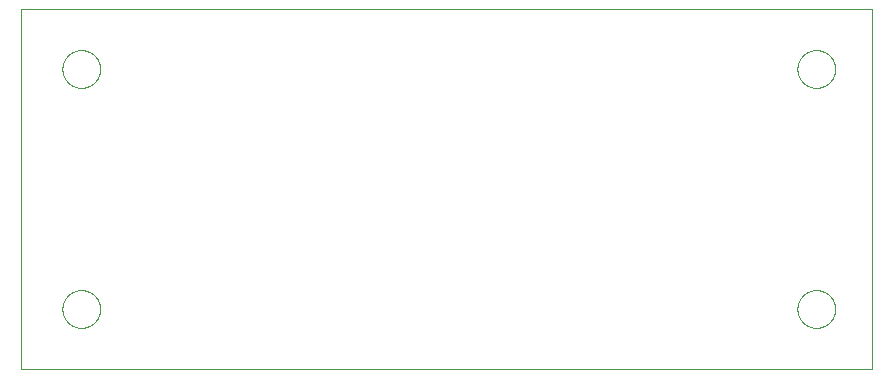
<source format=gbp>
G75*
%MOIN*%
%OFA0B0*%
%FSLAX25Y25*%
%IPPOS*%
%LPD*%
%AMOC8*
5,1,8,0,0,1.08239X$1,22.5*
%
%ADD10C,0.00000*%
D10*
X0006800Y0001800D02*
X0006800Y0121761D01*
X0290501Y0121761D01*
X0290501Y0001800D01*
X0006800Y0001800D01*
X0020501Y0021800D02*
X0020503Y0021958D01*
X0020509Y0022116D01*
X0020519Y0022274D01*
X0020533Y0022432D01*
X0020551Y0022589D01*
X0020572Y0022746D01*
X0020598Y0022902D01*
X0020628Y0023058D01*
X0020661Y0023213D01*
X0020699Y0023366D01*
X0020740Y0023519D01*
X0020785Y0023671D01*
X0020834Y0023822D01*
X0020887Y0023971D01*
X0020943Y0024119D01*
X0021003Y0024265D01*
X0021067Y0024410D01*
X0021135Y0024553D01*
X0021206Y0024695D01*
X0021280Y0024835D01*
X0021358Y0024972D01*
X0021440Y0025108D01*
X0021524Y0025242D01*
X0021613Y0025373D01*
X0021704Y0025502D01*
X0021799Y0025629D01*
X0021896Y0025754D01*
X0021997Y0025876D01*
X0022101Y0025995D01*
X0022208Y0026112D01*
X0022318Y0026226D01*
X0022431Y0026337D01*
X0022546Y0026446D01*
X0022664Y0026551D01*
X0022785Y0026653D01*
X0022908Y0026753D01*
X0023034Y0026849D01*
X0023162Y0026942D01*
X0023292Y0027032D01*
X0023425Y0027118D01*
X0023560Y0027202D01*
X0023696Y0027281D01*
X0023835Y0027358D01*
X0023976Y0027430D01*
X0024118Y0027500D01*
X0024262Y0027565D01*
X0024408Y0027627D01*
X0024555Y0027685D01*
X0024704Y0027740D01*
X0024854Y0027791D01*
X0025005Y0027838D01*
X0025157Y0027881D01*
X0025310Y0027920D01*
X0025465Y0027956D01*
X0025620Y0027987D01*
X0025776Y0028015D01*
X0025932Y0028039D01*
X0026089Y0028059D01*
X0026247Y0028075D01*
X0026404Y0028087D01*
X0026563Y0028095D01*
X0026721Y0028099D01*
X0026879Y0028099D01*
X0027037Y0028095D01*
X0027196Y0028087D01*
X0027353Y0028075D01*
X0027511Y0028059D01*
X0027668Y0028039D01*
X0027824Y0028015D01*
X0027980Y0027987D01*
X0028135Y0027956D01*
X0028290Y0027920D01*
X0028443Y0027881D01*
X0028595Y0027838D01*
X0028746Y0027791D01*
X0028896Y0027740D01*
X0029045Y0027685D01*
X0029192Y0027627D01*
X0029338Y0027565D01*
X0029482Y0027500D01*
X0029624Y0027430D01*
X0029765Y0027358D01*
X0029904Y0027281D01*
X0030040Y0027202D01*
X0030175Y0027118D01*
X0030308Y0027032D01*
X0030438Y0026942D01*
X0030566Y0026849D01*
X0030692Y0026753D01*
X0030815Y0026653D01*
X0030936Y0026551D01*
X0031054Y0026446D01*
X0031169Y0026337D01*
X0031282Y0026226D01*
X0031392Y0026112D01*
X0031499Y0025995D01*
X0031603Y0025876D01*
X0031704Y0025754D01*
X0031801Y0025629D01*
X0031896Y0025502D01*
X0031987Y0025373D01*
X0032076Y0025242D01*
X0032160Y0025108D01*
X0032242Y0024972D01*
X0032320Y0024835D01*
X0032394Y0024695D01*
X0032465Y0024553D01*
X0032533Y0024410D01*
X0032597Y0024265D01*
X0032657Y0024119D01*
X0032713Y0023971D01*
X0032766Y0023822D01*
X0032815Y0023671D01*
X0032860Y0023519D01*
X0032901Y0023366D01*
X0032939Y0023213D01*
X0032972Y0023058D01*
X0033002Y0022902D01*
X0033028Y0022746D01*
X0033049Y0022589D01*
X0033067Y0022432D01*
X0033081Y0022274D01*
X0033091Y0022116D01*
X0033097Y0021958D01*
X0033099Y0021800D01*
X0033097Y0021642D01*
X0033091Y0021484D01*
X0033081Y0021326D01*
X0033067Y0021168D01*
X0033049Y0021011D01*
X0033028Y0020854D01*
X0033002Y0020698D01*
X0032972Y0020542D01*
X0032939Y0020387D01*
X0032901Y0020234D01*
X0032860Y0020081D01*
X0032815Y0019929D01*
X0032766Y0019778D01*
X0032713Y0019629D01*
X0032657Y0019481D01*
X0032597Y0019335D01*
X0032533Y0019190D01*
X0032465Y0019047D01*
X0032394Y0018905D01*
X0032320Y0018765D01*
X0032242Y0018628D01*
X0032160Y0018492D01*
X0032076Y0018358D01*
X0031987Y0018227D01*
X0031896Y0018098D01*
X0031801Y0017971D01*
X0031704Y0017846D01*
X0031603Y0017724D01*
X0031499Y0017605D01*
X0031392Y0017488D01*
X0031282Y0017374D01*
X0031169Y0017263D01*
X0031054Y0017154D01*
X0030936Y0017049D01*
X0030815Y0016947D01*
X0030692Y0016847D01*
X0030566Y0016751D01*
X0030438Y0016658D01*
X0030308Y0016568D01*
X0030175Y0016482D01*
X0030040Y0016398D01*
X0029904Y0016319D01*
X0029765Y0016242D01*
X0029624Y0016170D01*
X0029482Y0016100D01*
X0029338Y0016035D01*
X0029192Y0015973D01*
X0029045Y0015915D01*
X0028896Y0015860D01*
X0028746Y0015809D01*
X0028595Y0015762D01*
X0028443Y0015719D01*
X0028290Y0015680D01*
X0028135Y0015644D01*
X0027980Y0015613D01*
X0027824Y0015585D01*
X0027668Y0015561D01*
X0027511Y0015541D01*
X0027353Y0015525D01*
X0027196Y0015513D01*
X0027037Y0015505D01*
X0026879Y0015501D01*
X0026721Y0015501D01*
X0026563Y0015505D01*
X0026404Y0015513D01*
X0026247Y0015525D01*
X0026089Y0015541D01*
X0025932Y0015561D01*
X0025776Y0015585D01*
X0025620Y0015613D01*
X0025465Y0015644D01*
X0025310Y0015680D01*
X0025157Y0015719D01*
X0025005Y0015762D01*
X0024854Y0015809D01*
X0024704Y0015860D01*
X0024555Y0015915D01*
X0024408Y0015973D01*
X0024262Y0016035D01*
X0024118Y0016100D01*
X0023976Y0016170D01*
X0023835Y0016242D01*
X0023696Y0016319D01*
X0023560Y0016398D01*
X0023425Y0016482D01*
X0023292Y0016568D01*
X0023162Y0016658D01*
X0023034Y0016751D01*
X0022908Y0016847D01*
X0022785Y0016947D01*
X0022664Y0017049D01*
X0022546Y0017154D01*
X0022431Y0017263D01*
X0022318Y0017374D01*
X0022208Y0017488D01*
X0022101Y0017605D01*
X0021997Y0017724D01*
X0021896Y0017846D01*
X0021799Y0017971D01*
X0021704Y0018098D01*
X0021613Y0018227D01*
X0021524Y0018358D01*
X0021440Y0018492D01*
X0021358Y0018628D01*
X0021280Y0018765D01*
X0021206Y0018905D01*
X0021135Y0019047D01*
X0021067Y0019190D01*
X0021003Y0019335D01*
X0020943Y0019481D01*
X0020887Y0019629D01*
X0020834Y0019778D01*
X0020785Y0019929D01*
X0020740Y0020081D01*
X0020699Y0020234D01*
X0020661Y0020387D01*
X0020628Y0020542D01*
X0020598Y0020698D01*
X0020572Y0020854D01*
X0020551Y0021011D01*
X0020533Y0021168D01*
X0020519Y0021326D01*
X0020509Y0021484D01*
X0020503Y0021642D01*
X0020501Y0021800D01*
X0020501Y0101800D02*
X0020503Y0101958D01*
X0020509Y0102116D01*
X0020519Y0102274D01*
X0020533Y0102432D01*
X0020551Y0102589D01*
X0020572Y0102746D01*
X0020598Y0102902D01*
X0020628Y0103058D01*
X0020661Y0103213D01*
X0020699Y0103366D01*
X0020740Y0103519D01*
X0020785Y0103671D01*
X0020834Y0103822D01*
X0020887Y0103971D01*
X0020943Y0104119D01*
X0021003Y0104265D01*
X0021067Y0104410D01*
X0021135Y0104553D01*
X0021206Y0104695D01*
X0021280Y0104835D01*
X0021358Y0104972D01*
X0021440Y0105108D01*
X0021524Y0105242D01*
X0021613Y0105373D01*
X0021704Y0105502D01*
X0021799Y0105629D01*
X0021896Y0105754D01*
X0021997Y0105876D01*
X0022101Y0105995D01*
X0022208Y0106112D01*
X0022318Y0106226D01*
X0022431Y0106337D01*
X0022546Y0106446D01*
X0022664Y0106551D01*
X0022785Y0106653D01*
X0022908Y0106753D01*
X0023034Y0106849D01*
X0023162Y0106942D01*
X0023292Y0107032D01*
X0023425Y0107118D01*
X0023560Y0107202D01*
X0023696Y0107281D01*
X0023835Y0107358D01*
X0023976Y0107430D01*
X0024118Y0107500D01*
X0024262Y0107565D01*
X0024408Y0107627D01*
X0024555Y0107685D01*
X0024704Y0107740D01*
X0024854Y0107791D01*
X0025005Y0107838D01*
X0025157Y0107881D01*
X0025310Y0107920D01*
X0025465Y0107956D01*
X0025620Y0107987D01*
X0025776Y0108015D01*
X0025932Y0108039D01*
X0026089Y0108059D01*
X0026247Y0108075D01*
X0026404Y0108087D01*
X0026563Y0108095D01*
X0026721Y0108099D01*
X0026879Y0108099D01*
X0027037Y0108095D01*
X0027196Y0108087D01*
X0027353Y0108075D01*
X0027511Y0108059D01*
X0027668Y0108039D01*
X0027824Y0108015D01*
X0027980Y0107987D01*
X0028135Y0107956D01*
X0028290Y0107920D01*
X0028443Y0107881D01*
X0028595Y0107838D01*
X0028746Y0107791D01*
X0028896Y0107740D01*
X0029045Y0107685D01*
X0029192Y0107627D01*
X0029338Y0107565D01*
X0029482Y0107500D01*
X0029624Y0107430D01*
X0029765Y0107358D01*
X0029904Y0107281D01*
X0030040Y0107202D01*
X0030175Y0107118D01*
X0030308Y0107032D01*
X0030438Y0106942D01*
X0030566Y0106849D01*
X0030692Y0106753D01*
X0030815Y0106653D01*
X0030936Y0106551D01*
X0031054Y0106446D01*
X0031169Y0106337D01*
X0031282Y0106226D01*
X0031392Y0106112D01*
X0031499Y0105995D01*
X0031603Y0105876D01*
X0031704Y0105754D01*
X0031801Y0105629D01*
X0031896Y0105502D01*
X0031987Y0105373D01*
X0032076Y0105242D01*
X0032160Y0105108D01*
X0032242Y0104972D01*
X0032320Y0104835D01*
X0032394Y0104695D01*
X0032465Y0104553D01*
X0032533Y0104410D01*
X0032597Y0104265D01*
X0032657Y0104119D01*
X0032713Y0103971D01*
X0032766Y0103822D01*
X0032815Y0103671D01*
X0032860Y0103519D01*
X0032901Y0103366D01*
X0032939Y0103213D01*
X0032972Y0103058D01*
X0033002Y0102902D01*
X0033028Y0102746D01*
X0033049Y0102589D01*
X0033067Y0102432D01*
X0033081Y0102274D01*
X0033091Y0102116D01*
X0033097Y0101958D01*
X0033099Y0101800D01*
X0033097Y0101642D01*
X0033091Y0101484D01*
X0033081Y0101326D01*
X0033067Y0101168D01*
X0033049Y0101011D01*
X0033028Y0100854D01*
X0033002Y0100698D01*
X0032972Y0100542D01*
X0032939Y0100387D01*
X0032901Y0100234D01*
X0032860Y0100081D01*
X0032815Y0099929D01*
X0032766Y0099778D01*
X0032713Y0099629D01*
X0032657Y0099481D01*
X0032597Y0099335D01*
X0032533Y0099190D01*
X0032465Y0099047D01*
X0032394Y0098905D01*
X0032320Y0098765D01*
X0032242Y0098628D01*
X0032160Y0098492D01*
X0032076Y0098358D01*
X0031987Y0098227D01*
X0031896Y0098098D01*
X0031801Y0097971D01*
X0031704Y0097846D01*
X0031603Y0097724D01*
X0031499Y0097605D01*
X0031392Y0097488D01*
X0031282Y0097374D01*
X0031169Y0097263D01*
X0031054Y0097154D01*
X0030936Y0097049D01*
X0030815Y0096947D01*
X0030692Y0096847D01*
X0030566Y0096751D01*
X0030438Y0096658D01*
X0030308Y0096568D01*
X0030175Y0096482D01*
X0030040Y0096398D01*
X0029904Y0096319D01*
X0029765Y0096242D01*
X0029624Y0096170D01*
X0029482Y0096100D01*
X0029338Y0096035D01*
X0029192Y0095973D01*
X0029045Y0095915D01*
X0028896Y0095860D01*
X0028746Y0095809D01*
X0028595Y0095762D01*
X0028443Y0095719D01*
X0028290Y0095680D01*
X0028135Y0095644D01*
X0027980Y0095613D01*
X0027824Y0095585D01*
X0027668Y0095561D01*
X0027511Y0095541D01*
X0027353Y0095525D01*
X0027196Y0095513D01*
X0027037Y0095505D01*
X0026879Y0095501D01*
X0026721Y0095501D01*
X0026563Y0095505D01*
X0026404Y0095513D01*
X0026247Y0095525D01*
X0026089Y0095541D01*
X0025932Y0095561D01*
X0025776Y0095585D01*
X0025620Y0095613D01*
X0025465Y0095644D01*
X0025310Y0095680D01*
X0025157Y0095719D01*
X0025005Y0095762D01*
X0024854Y0095809D01*
X0024704Y0095860D01*
X0024555Y0095915D01*
X0024408Y0095973D01*
X0024262Y0096035D01*
X0024118Y0096100D01*
X0023976Y0096170D01*
X0023835Y0096242D01*
X0023696Y0096319D01*
X0023560Y0096398D01*
X0023425Y0096482D01*
X0023292Y0096568D01*
X0023162Y0096658D01*
X0023034Y0096751D01*
X0022908Y0096847D01*
X0022785Y0096947D01*
X0022664Y0097049D01*
X0022546Y0097154D01*
X0022431Y0097263D01*
X0022318Y0097374D01*
X0022208Y0097488D01*
X0022101Y0097605D01*
X0021997Y0097724D01*
X0021896Y0097846D01*
X0021799Y0097971D01*
X0021704Y0098098D01*
X0021613Y0098227D01*
X0021524Y0098358D01*
X0021440Y0098492D01*
X0021358Y0098628D01*
X0021280Y0098765D01*
X0021206Y0098905D01*
X0021135Y0099047D01*
X0021067Y0099190D01*
X0021003Y0099335D01*
X0020943Y0099481D01*
X0020887Y0099629D01*
X0020834Y0099778D01*
X0020785Y0099929D01*
X0020740Y0100081D01*
X0020699Y0100234D01*
X0020661Y0100387D01*
X0020628Y0100542D01*
X0020598Y0100698D01*
X0020572Y0100854D01*
X0020551Y0101011D01*
X0020533Y0101168D01*
X0020519Y0101326D01*
X0020509Y0101484D01*
X0020503Y0101642D01*
X0020501Y0101800D01*
X0265501Y0101800D02*
X0265503Y0101958D01*
X0265509Y0102116D01*
X0265519Y0102274D01*
X0265533Y0102432D01*
X0265551Y0102589D01*
X0265572Y0102746D01*
X0265598Y0102902D01*
X0265628Y0103058D01*
X0265661Y0103213D01*
X0265699Y0103366D01*
X0265740Y0103519D01*
X0265785Y0103671D01*
X0265834Y0103822D01*
X0265887Y0103971D01*
X0265943Y0104119D01*
X0266003Y0104265D01*
X0266067Y0104410D01*
X0266135Y0104553D01*
X0266206Y0104695D01*
X0266280Y0104835D01*
X0266358Y0104972D01*
X0266440Y0105108D01*
X0266524Y0105242D01*
X0266613Y0105373D01*
X0266704Y0105502D01*
X0266799Y0105629D01*
X0266896Y0105754D01*
X0266997Y0105876D01*
X0267101Y0105995D01*
X0267208Y0106112D01*
X0267318Y0106226D01*
X0267431Y0106337D01*
X0267546Y0106446D01*
X0267664Y0106551D01*
X0267785Y0106653D01*
X0267908Y0106753D01*
X0268034Y0106849D01*
X0268162Y0106942D01*
X0268292Y0107032D01*
X0268425Y0107118D01*
X0268560Y0107202D01*
X0268696Y0107281D01*
X0268835Y0107358D01*
X0268976Y0107430D01*
X0269118Y0107500D01*
X0269262Y0107565D01*
X0269408Y0107627D01*
X0269555Y0107685D01*
X0269704Y0107740D01*
X0269854Y0107791D01*
X0270005Y0107838D01*
X0270157Y0107881D01*
X0270310Y0107920D01*
X0270465Y0107956D01*
X0270620Y0107987D01*
X0270776Y0108015D01*
X0270932Y0108039D01*
X0271089Y0108059D01*
X0271247Y0108075D01*
X0271404Y0108087D01*
X0271563Y0108095D01*
X0271721Y0108099D01*
X0271879Y0108099D01*
X0272037Y0108095D01*
X0272196Y0108087D01*
X0272353Y0108075D01*
X0272511Y0108059D01*
X0272668Y0108039D01*
X0272824Y0108015D01*
X0272980Y0107987D01*
X0273135Y0107956D01*
X0273290Y0107920D01*
X0273443Y0107881D01*
X0273595Y0107838D01*
X0273746Y0107791D01*
X0273896Y0107740D01*
X0274045Y0107685D01*
X0274192Y0107627D01*
X0274338Y0107565D01*
X0274482Y0107500D01*
X0274624Y0107430D01*
X0274765Y0107358D01*
X0274904Y0107281D01*
X0275040Y0107202D01*
X0275175Y0107118D01*
X0275308Y0107032D01*
X0275438Y0106942D01*
X0275566Y0106849D01*
X0275692Y0106753D01*
X0275815Y0106653D01*
X0275936Y0106551D01*
X0276054Y0106446D01*
X0276169Y0106337D01*
X0276282Y0106226D01*
X0276392Y0106112D01*
X0276499Y0105995D01*
X0276603Y0105876D01*
X0276704Y0105754D01*
X0276801Y0105629D01*
X0276896Y0105502D01*
X0276987Y0105373D01*
X0277076Y0105242D01*
X0277160Y0105108D01*
X0277242Y0104972D01*
X0277320Y0104835D01*
X0277394Y0104695D01*
X0277465Y0104553D01*
X0277533Y0104410D01*
X0277597Y0104265D01*
X0277657Y0104119D01*
X0277713Y0103971D01*
X0277766Y0103822D01*
X0277815Y0103671D01*
X0277860Y0103519D01*
X0277901Y0103366D01*
X0277939Y0103213D01*
X0277972Y0103058D01*
X0278002Y0102902D01*
X0278028Y0102746D01*
X0278049Y0102589D01*
X0278067Y0102432D01*
X0278081Y0102274D01*
X0278091Y0102116D01*
X0278097Y0101958D01*
X0278099Y0101800D01*
X0278097Y0101642D01*
X0278091Y0101484D01*
X0278081Y0101326D01*
X0278067Y0101168D01*
X0278049Y0101011D01*
X0278028Y0100854D01*
X0278002Y0100698D01*
X0277972Y0100542D01*
X0277939Y0100387D01*
X0277901Y0100234D01*
X0277860Y0100081D01*
X0277815Y0099929D01*
X0277766Y0099778D01*
X0277713Y0099629D01*
X0277657Y0099481D01*
X0277597Y0099335D01*
X0277533Y0099190D01*
X0277465Y0099047D01*
X0277394Y0098905D01*
X0277320Y0098765D01*
X0277242Y0098628D01*
X0277160Y0098492D01*
X0277076Y0098358D01*
X0276987Y0098227D01*
X0276896Y0098098D01*
X0276801Y0097971D01*
X0276704Y0097846D01*
X0276603Y0097724D01*
X0276499Y0097605D01*
X0276392Y0097488D01*
X0276282Y0097374D01*
X0276169Y0097263D01*
X0276054Y0097154D01*
X0275936Y0097049D01*
X0275815Y0096947D01*
X0275692Y0096847D01*
X0275566Y0096751D01*
X0275438Y0096658D01*
X0275308Y0096568D01*
X0275175Y0096482D01*
X0275040Y0096398D01*
X0274904Y0096319D01*
X0274765Y0096242D01*
X0274624Y0096170D01*
X0274482Y0096100D01*
X0274338Y0096035D01*
X0274192Y0095973D01*
X0274045Y0095915D01*
X0273896Y0095860D01*
X0273746Y0095809D01*
X0273595Y0095762D01*
X0273443Y0095719D01*
X0273290Y0095680D01*
X0273135Y0095644D01*
X0272980Y0095613D01*
X0272824Y0095585D01*
X0272668Y0095561D01*
X0272511Y0095541D01*
X0272353Y0095525D01*
X0272196Y0095513D01*
X0272037Y0095505D01*
X0271879Y0095501D01*
X0271721Y0095501D01*
X0271563Y0095505D01*
X0271404Y0095513D01*
X0271247Y0095525D01*
X0271089Y0095541D01*
X0270932Y0095561D01*
X0270776Y0095585D01*
X0270620Y0095613D01*
X0270465Y0095644D01*
X0270310Y0095680D01*
X0270157Y0095719D01*
X0270005Y0095762D01*
X0269854Y0095809D01*
X0269704Y0095860D01*
X0269555Y0095915D01*
X0269408Y0095973D01*
X0269262Y0096035D01*
X0269118Y0096100D01*
X0268976Y0096170D01*
X0268835Y0096242D01*
X0268696Y0096319D01*
X0268560Y0096398D01*
X0268425Y0096482D01*
X0268292Y0096568D01*
X0268162Y0096658D01*
X0268034Y0096751D01*
X0267908Y0096847D01*
X0267785Y0096947D01*
X0267664Y0097049D01*
X0267546Y0097154D01*
X0267431Y0097263D01*
X0267318Y0097374D01*
X0267208Y0097488D01*
X0267101Y0097605D01*
X0266997Y0097724D01*
X0266896Y0097846D01*
X0266799Y0097971D01*
X0266704Y0098098D01*
X0266613Y0098227D01*
X0266524Y0098358D01*
X0266440Y0098492D01*
X0266358Y0098628D01*
X0266280Y0098765D01*
X0266206Y0098905D01*
X0266135Y0099047D01*
X0266067Y0099190D01*
X0266003Y0099335D01*
X0265943Y0099481D01*
X0265887Y0099629D01*
X0265834Y0099778D01*
X0265785Y0099929D01*
X0265740Y0100081D01*
X0265699Y0100234D01*
X0265661Y0100387D01*
X0265628Y0100542D01*
X0265598Y0100698D01*
X0265572Y0100854D01*
X0265551Y0101011D01*
X0265533Y0101168D01*
X0265519Y0101326D01*
X0265509Y0101484D01*
X0265503Y0101642D01*
X0265501Y0101800D01*
X0265501Y0021800D02*
X0265503Y0021958D01*
X0265509Y0022116D01*
X0265519Y0022274D01*
X0265533Y0022432D01*
X0265551Y0022589D01*
X0265572Y0022746D01*
X0265598Y0022902D01*
X0265628Y0023058D01*
X0265661Y0023213D01*
X0265699Y0023366D01*
X0265740Y0023519D01*
X0265785Y0023671D01*
X0265834Y0023822D01*
X0265887Y0023971D01*
X0265943Y0024119D01*
X0266003Y0024265D01*
X0266067Y0024410D01*
X0266135Y0024553D01*
X0266206Y0024695D01*
X0266280Y0024835D01*
X0266358Y0024972D01*
X0266440Y0025108D01*
X0266524Y0025242D01*
X0266613Y0025373D01*
X0266704Y0025502D01*
X0266799Y0025629D01*
X0266896Y0025754D01*
X0266997Y0025876D01*
X0267101Y0025995D01*
X0267208Y0026112D01*
X0267318Y0026226D01*
X0267431Y0026337D01*
X0267546Y0026446D01*
X0267664Y0026551D01*
X0267785Y0026653D01*
X0267908Y0026753D01*
X0268034Y0026849D01*
X0268162Y0026942D01*
X0268292Y0027032D01*
X0268425Y0027118D01*
X0268560Y0027202D01*
X0268696Y0027281D01*
X0268835Y0027358D01*
X0268976Y0027430D01*
X0269118Y0027500D01*
X0269262Y0027565D01*
X0269408Y0027627D01*
X0269555Y0027685D01*
X0269704Y0027740D01*
X0269854Y0027791D01*
X0270005Y0027838D01*
X0270157Y0027881D01*
X0270310Y0027920D01*
X0270465Y0027956D01*
X0270620Y0027987D01*
X0270776Y0028015D01*
X0270932Y0028039D01*
X0271089Y0028059D01*
X0271247Y0028075D01*
X0271404Y0028087D01*
X0271563Y0028095D01*
X0271721Y0028099D01*
X0271879Y0028099D01*
X0272037Y0028095D01*
X0272196Y0028087D01*
X0272353Y0028075D01*
X0272511Y0028059D01*
X0272668Y0028039D01*
X0272824Y0028015D01*
X0272980Y0027987D01*
X0273135Y0027956D01*
X0273290Y0027920D01*
X0273443Y0027881D01*
X0273595Y0027838D01*
X0273746Y0027791D01*
X0273896Y0027740D01*
X0274045Y0027685D01*
X0274192Y0027627D01*
X0274338Y0027565D01*
X0274482Y0027500D01*
X0274624Y0027430D01*
X0274765Y0027358D01*
X0274904Y0027281D01*
X0275040Y0027202D01*
X0275175Y0027118D01*
X0275308Y0027032D01*
X0275438Y0026942D01*
X0275566Y0026849D01*
X0275692Y0026753D01*
X0275815Y0026653D01*
X0275936Y0026551D01*
X0276054Y0026446D01*
X0276169Y0026337D01*
X0276282Y0026226D01*
X0276392Y0026112D01*
X0276499Y0025995D01*
X0276603Y0025876D01*
X0276704Y0025754D01*
X0276801Y0025629D01*
X0276896Y0025502D01*
X0276987Y0025373D01*
X0277076Y0025242D01*
X0277160Y0025108D01*
X0277242Y0024972D01*
X0277320Y0024835D01*
X0277394Y0024695D01*
X0277465Y0024553D01*
X0277533Y0024410D01*
X0277597Y0024265D01*
X0277657Y0024119D01*
X0277713Y0023971D01*
X0277766Y0023822D01*
X0277815Y0023671D01*
X0277860Y0023519D01*
X0277901Y0023366D01*
X0277939Y0023213D01*
X0277972Y0023058D01*
X0278002Y0022902D01*
X0278028Y0022746D01*
X0278049Y0022589D01*
X0278067Y0022432D01*
X0278081Y0022274D01*
X0278091Y0022116D01*
X0278097Y0021958D01*
X0278099Y0021800D01*
X0278097Y0021642D01*
X0278091Y0021484D01*
X0278081Y0021326D01*
X0278067Y0021168D01*
X0278049Y0021011D01*
X0278028Y0020854D01*
X0278002Y0020698D01*
X0277972Y0020542D01*
X0277939Y0020387D01*
X0277901Y0020234D01*
X0277860Y0020081D01*
X0277815Y0019929D01*
X0277766Y0019778D01*
X0277713Y0019629D01*
X0277657Y0019481D01*
X0277597Y0019335D01*
X0277533Y0019190D01*
X0277465Y0019047D01*
X0277394Y0018905D01*
X0277320Y0018765D01*
X0277242Y0018628D01*
X0277160Y0018492D01*
X0277076Y0018358D01*
X0276987Y0018227D01*
X0276896Y0018098D01*
X0276801Y0017971D01*
X0276704Y0017846D01*
X0276603Y0017724D01*
X0276499Y0017605D01*
X0276392Y0017488D01*
X0276282Y0017374D01*
X0276169Y0017263D01*
X0276054Y0017154D01*
X0275936Y0017049D01*
X0275815Y0016947D01*
X0275692Y0016847D01*
X0275566Y0016751D01*
X0275438Y0016658D01*
X0275308Y0016568D01*
X0275175Y0016482D01*
X0275040Y0016398D01*
X0274904Y0016319D01*
X0274765Y0016242D01*
X0274624Y0016170D01*
X0274482Y0016100D01*
X0274338Y0016035D01*
X0274192Y0015973D01*
X0274045Y0015915D01*
X0273896Y0015860D01*
X0273746Y0015809D01*
X0273595Y0015762D01*
X0273443Y0015719D01*
X0273290Y0015680D01*
X0273135Y0015644D01*
X0272980Y0015613D01*
X0272824Y0015585D01*
X0272668Y0015561D01*
X0272511Y0015541D01*
X0272353Y0015525D01*
X0272196Y0015513D01*
X0272037Y0015505D01*
X0271879Y0015501D01*
X0271721Y0015501D01*
X0271563Y0015505D01*
X0271404Y0015513D01*
X0271247Y0015525D01*
X0271089Y0015541D01*
X0270932Y0015561D01*
X0270776Y0015585D01*
X0270620Y0015613D01*
X0270465Y0015644D01*
X0270310Y0015680D01*
X0270157Y0015719D01*
X0270005Y0015762D01*
X0269854Y0015809D01*
X0269704Y0015860D01*
X0269555Y0015915D01*
X0269408Y0015973D01*
X0269262Y0016035D01*
X0269118Y0016100D01*
X0268976Y0016170D01*
X0268835Y0016242D01*
X0268696Y0016319D01*
X0268560Y0016398D01*
X0268425Y0016482D01*
X0268292Y0016568D01*
X0268162Y0016658D01*
X0268034Y0016751D01*
X0267908Y0016847D01*
X0267785Y0016947D01*
X0267664Y0017049D01*
X0267546Y0017154D01*
X0267431Y0017263D01*
X0267318Y0017374D01*
X0267208Y0017488D01*
X0267101Y0017605D01*
X0266997Y0017724D01*
X0266896Y0017846D01*
X0266799Y0017971D01*
X0266704Y0018098D01*
X0266613Y0018227D01*
X0266524Y0018358D01*
X0266440Y0018492D01*
X0266358Y0018628D01*
X0266280Y0018765D01*
X0266206Y0018905D01*
X0266135Y0019047D01*
X0266067Y0019190D01*
X0266003Y0019335D01*
X0265943Y0019481D01*
X0265887Y0019629D01*
X0265834Y0019778D01*
X0265785Y0019929D01*
X0265740Y0020081D01*
X0265699Y0020234D01*
X0265661Y0020387D01*
X0265628Y0020542D01*
X0265598Y0020698D01*
X0265572Y0020854D01*
X0265551Y0021011D01*
X0265533Y0021168D01*
X0265519Y0021326D01*
X0265509Y0021484D01*
X0265503Y0021642D01*
X0265501Y0021800D01*
M02*

</source>
